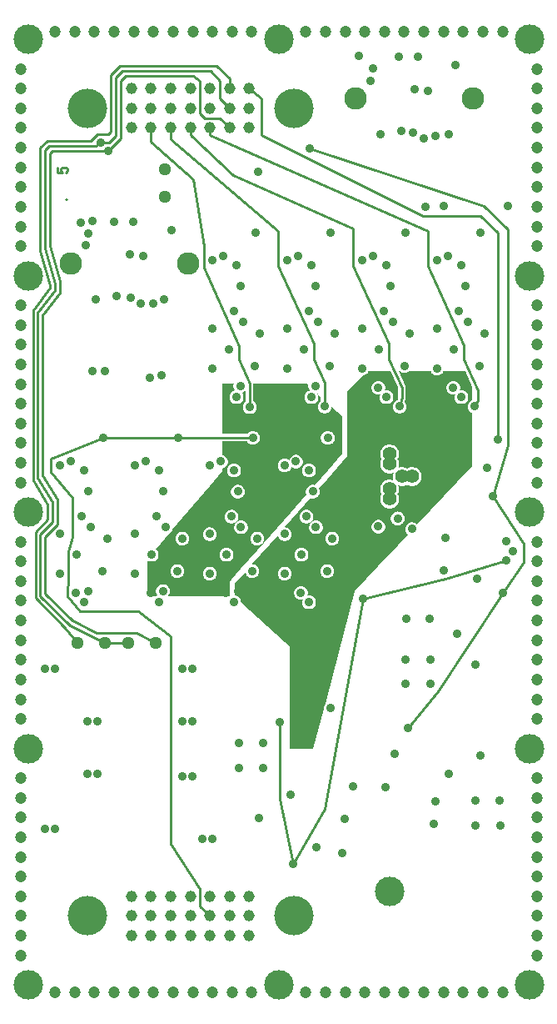
<source format=gbr>
G04 start of page 3 for group 1 idx 1 *
G04 Title: EPTPREAMPS, signal *
G04 Creator: pcb 1.99z *
G04 CreationDate: Do 09 Apr 2015 07:41:23 GMT UTC *
G04 For: stephan *
G04 Format: Gerber/RS-274X *
G04 PCB-Dimensions (mil): 2952.76 4724.41 *
G04 PCB-Coordinate-Origin: lower left *
%MOIN*%
%FSLAX25Y25*%
%LNSIGNAL*%
%ADD58C,0.0700*%
%ADD57C,0.0236*%
%ADD56C,0.0256*%
%ADD55C,0.0276*%
%ADD54C,0.0240*%
%ADD53C,0.0866*%
%ADD52C,0.0157*%
%ADD51C,0.0512*%
%ADD50C,0.0550*%
%ADD49C,0.0354*%
%ADD48C,0.0553*%
%ADD47C,0.0900*%
%ADD46C,0.1181*%
%ADD45C,0.0472*%
%ADD44C,0.1575*%
%ADD43C,0.0453*%
%ADD42C,0.0098*%
%ADD41C,0.0100*%
%ADD40C,0.0098*%
%ADD39C,0.0001*%
G54D39*G36*
X219121Y292441D02*X222247D01*
X225000Y286309D01*
Y281010D01*
X224745Y280904D01*
X224375Y280677D01*
X224045Y280396D01*
X223764Y280066D01*
X223537Y279696D01*
X223371Y279295D01*
X223270Y278873D01*
X223236Y278441D01*
X223270Y278008D01*
X223371Y277587D01*
X223537Y277186D01*
X223764Y276816D01*
X224045Y276486D01*
X224375Y276204D01*
X224745Y275978D01*
X225000Y275872D01*
Y254441D01*
X219121Y248186D01*
Y279958D01*
X219125Y279954D01*
X219495Y279728D01*
X219896Y279562D01*
X220318Y279461D01*
X220750Y279427D01*
X221182Y279461D01*
X221604Y279562D01*
X222005Y279728D01*
X222375Y279954D01*
X222705Y280236D01*
X222986Y280566D01*
X223213Y280936D01*
X223379Y281337D01*
X223480Y281758D01*
X223506Y282191D01*
X223480Y282623D01*
X223379Y283045D01*
X223213Y283446D01*
X222986Y283816D01*
X222705Y284146D01*
X222375Y284427D01*
X222005Y284654D01*
X221604Y284820D01*
X221182Y284921D01*
X220750Y284955D01*
X220318Y284921D01*
X220032Y284853D01*
X220129Y285087D01*
X220230Y285508D01*
X220256Y285941D01*
X220230Y286373D01*
X220129Y286795D01*
X219963Y287196D01*
X219736Y287566D01*
X219455Y287896D01*
X219125Y288177D01*
X219121Y288180D01*
Y292441D01*
G37*
G36*
X195246Y275788D02*X195568Y275711D01*
X196000Y275677D01*
X196432Y275711D01*
X196854Y275812D01*
X197255Y275978D01*
X197625Y276204D01*
X197955Y276486D01*
X198236Y276816D01*
X198463Y277186D01*
X198629Y277587D01*
X198730Y278008D01*
X198756Y278441D01*
X198730Y278873D01*
X198629Y279295D01*
X198463Y279696D01*
X198236Y280066D01*
X198039Y280297D01*
X198416Y281711D01*
X198423Y281728D01*
X198478Y281957D01*
X198481Y281997D01*
X198489Y282036D01*
X198495Y282271D01*
X198492Y282290D01*
Y285857D01*
X198496Y285889D01*
X198486Y286124D01*
X198480Y286153D01*
X198478Y286175D01*
X198457Y286264D01*
X198439Y286354D01*
X198430Y286375D01*
X198423Y286403D01*
X198334Y286620D01*
X198316Y286648D01*
X195613Y292441D01*
X196397D01*
X196745Y292228D01*
X197146Y292062D01*
X197568Y291961D01*
X198000Y291927D01*
X198432Y291961D01*
X198854Y292062D01*
X199255Y292228D01*
X199603Y292441D01*
X208535D01*
X208537Y292436D01*
X208764Y292066D01*
X209045Y291736D01*
X209375Y291454D01*
X209745Y291228D01*
X210146Y291062D01*
X210568Y290961D01*
X211000Y290927D01*
X211432Y290961D01*
X211854Y291062D01*
X212255Y291228D01*
X212625Y291454D01*
X212955Y291736D01*
X213236Y292066D01*
X213463Y292436D01*
X213465Y292441D01*
X219121D01*
Y288180D01*
X218755Y288404D01*
X218354Y288570D01*
X217932Y288671D01*
X217500Y288705D01*
X217068Y288671D01*
X216646Y288570D01*
X216245Y288404D01*
X215875Y288177D01*
X215545Y287896D01*
X215264Y287566D01*
X215037Y287196D01*
X214871Y286795D01*
X214770Y286373D01*
X214736Y285941D01*
X214770Y285508D01*
X214871Y285087D01*
X215037Y284686D01*
X215264Y284316D01*
X215545Y283986D01*
X215875Y283704D01*
X216245Y283478D01*
X216646Y283312D01*
X217068Y283211D01*
X217500Y283177D01*
X217932Y283211D01*
X218218Y283279D01*
X218121Y283045D01*
X218020Y282623D01*
X217986Y282191D01*
X218020Y281758D01*
X218121Y281337D01*
X218287Y280936D01*
X218514Y280566D01*
X218795Y280236D01*
X219121Y279958D01*
Y248186D01*
X203137Y231182D01*
X202955Y231396D01*
X202625Y231677D01*
X202255Y231904D01*
X201854Y232070D01*
X201432Y232171D01*
X201000Y232205D01*
X200568Y232171D01*
X200146Y232070D01*
X199745Y231904D01*
X199375Y231677D01*
X199045Y231396D01*
X198764Y231066D01*
X198537Y230696D01*
X198371Y230295D01*
X198270Y229873D01*
X198236Y229441D01*
X198270Y229008D01*
X198371Y228587D01*
X198537Y228186D01*
X198764Y227816D01*
X199045Y227486D01*
X199375Y227204D01*
X199389Y227196D01*
X195246Y222787D01*
Y230927D01*
X195250Y230927D01*
X195682Y230961D01*
X196104Y231062D01*
X196505Y231228D01*
X196875Y231454D01*
X197205Y231736D01*
X197486Y232066D01*
X197713Y232436D01*
X197879Y232837D01*
X197980Y233258D01*
X198006Y233691D01*
X197980Y234123D01*
X197879Y234545D01*
X197713Y234946D01*
X197486Y235316D01*
X197205Y235646D01*
X196875Y235927D01*
X196505Y236154D01*
X196104Y236320D01*
X195682Y236421D01*
X195250Y236455D01*
X195246Y236455D01*
Y239561D01*
X195352Y239733D01*
X195577Y240279D01*
X195715Y240853D01*
X195750Y241441D01*
X195715Y242029D01*
X195577Y242603D01*
X195352Y243149D01*
X195246Y243321D01*
Y243564D01*
X195350Y243734D01*
X195576Y244279D01*
X195713Y244853D01*
X195748Y245441D01*
X195713Y246029D01*
X195576Y246603D01*
X195390Y247051D01*
X195838Y246865D01*
X196412Y246728D01*
X197000Y246681D01*
X197588Y246728D01*
X198162Y246865D01*
X198707Y247091D01*
X198998Y247270D01*
X199292Y247089D01*
X199838Y246863D01*
X200412Y246726D01*
X201000Y246679D01*
X201588Y246726D01*
X202162Y246863D01*
X202708Y247089D01*
X203211Y247398D01*
X203660Y247781D01*
X204043Y248230D01*
X204352Y248733D01*
X204577Y249279D01*
X204715Y249853D01*
X204750Y250441D01*
X204715Y251029D01*
X204577Y251603D01*
X204352Y252149D01*
X204043Y252652D01*
X203660Y253101D01*
X203211Y253484D01*
X202708Y253793D01*
X202162Y254018D01*
X201588Y254156D01*
X201000Y254203D01*
X200412Y254156D01*
X199838Y254018D01*
X199292Y253793D01*
X198998Y253612D01*
X198707Y253791D01*
X198162Y254017D01*
X197588Y254154D01*
X197000Y254201D01*
X196412Y254154D01*
X195838Y254017D01*
X195390Y253831D01*
X195576Y254279D01*
X195713Y254853D01*
X195748Y255441D01*
X195713Y256029D01*
X195576Y256603D01*
X195350Y257148D01*
X195246Y257318D01*
Y257561D01*
X195352Y257733D01*
X195577Y258279D01*
X195715Y258853D01*
X195750Y259441D01*
X195715Y260029D01*
X195577Y260603D01*
X195352Y261149D01*
X195246Y261321D01*
Y275788D01*
G37*
G36*
Y286172D02*X195508Y285610D01*
Y282386D01*
X195246Y281404D01*
Y286172D01*
G37*
G36*
Y257318D02*X195171Y257439D01*
X195246Y257561D01*
Y257318D01*
G37*
G36*
Y243321D02*X195171Y243443D01*
X195246Y243564D01*
Y243321D01*
G37*
G36*
X187496Y292441D02*X192320D01*
X195246Y286172D01*
Y281404D01*
X195158Y281073D01*
X195146Y281070D01*
X194745Y280904D01*
X194375Y280677D01*
X194045Y280396D01*
X193764Y280066D01*
X193537Y279696D01*
X193371Y279295D01*
X193270Y278873D01*
X193236Y278441D01*
X193270Y278008D01*
X193371Y277587D01*
X193537Y277186D01*
X193764Y276816D01*
X194045Y276486D01*
X194375Y276204D01*
X194745Y275978D01*
X195146Y275812D01*
X195246Y275788D01*
Y261321D01*
X195043Y261652D01*
X194660Y262101D01*
X194211Y262484D01*
X193708Y262793D01*
X193162Y263018D01*
X192588Y263156D01*
X192000Y263203D01*
X191412Y263156D01*
X190838Y263018D01*
X190292Y262793D01*
X189789Y262484D01*
X189340Y262101D01*
X188957Y261652D01*
X188648Y261149D01*
X188423Y260603D01*
X188285Y260029D01*
X188238Y259441D01*
X188285Y258853D01*
X188423Y258279D01*
X188648Y257733D01*
X188829Y257439D01*
X188650Y257148D01*
X188424Y256603D01*
X188287Y256029D01*
X188240Y255441D01*
X188287Y254853D01*
X188424Y254279D01*
X188650Y253734D01*
X188958Y253231D01*
X189342Y252783D01*
X189790Y252399D01*
X190293Y252091D01*
X190838Y251865D01*
X191412Y251728D01*
X192000Y251681D01*
X192588Y251728D01*
X193162Y251865D01*
X193610Y252051D01*
X193424Y251603D01*
X193287Y251029D01*
X193240Y250441D01*
X193287Y249853D01*
X193424Y249279D01*
X193610Y248831D01*
X193162Y249017D01*
X192588Y249154D01*
X192000Y249201D01*
X191412Y249154D01*
X190838Y249017D01*
X190293Y248791D01*
X189790Y248483D01*
X189342Y248099D01*
X188958Y247651D01*
X188650Y247148D01*
X188424Y246603D01*
X188287Y246029D01*
X188240Y245441D01*
X188287Y244853D01*
X188424Y244279D01*
X188650Y243734D01*
X188829Y243443D01*
X188648Y243149D01*
X188423Y242603D01*
X188285Y242029D01*
X188238Y241441D01*
X188285Y240853D01*
X188423Y240279D01*
X188648Y239733D01*
X188957Y239230D01*
X189340Y238781D01*
X189789Y238398D01*
X190292Y238089D01*
X190838Y237863D01*
X191412Y237726D01*
X192000Y237679D01*
X192588Y237726D01*
X193162Y237863D01*
X193708Y238089D01*
X194211Y238398D01*
X194660Y238781D01*
X195043Y239230D01*
X195246Y239561D01*
Y236455D01*
X194818Y236421D01*
X194396Y236320D01*
X193995Y236154D01*
X193625Y235927D01*
X193295Y235646D01*
X193014Y235316D01*
X192787Y234946D01*
X192621Y234545D01*
X192520Y234123D01*
X192486Y233691D01*
X192520Y233258D01*
X192621Y232837D01*
X192787Y232436D01*
X193014Y232066D01*
X193295Y231736D01*
X193625Y231454D01*
X193995Y231228D01*
X194396Y231062D01*
X194818Y230961D01*
X195246Y230927D01*
Y222787D01*
X187496Y214543D01*
Y227677D01*
X187500Y227677D01*
X187932Y227711D01*
X188354Y227812D01*
X188755Y227978D01*
X189125Y228204D01*
X189455Y228486D01*
X189736Y228816D01*
X189963Y229186D01*
X190129Y229587D01*
X190230Y230008D01*
X190256Y230441D01*
X190230Y230873D01*
X190129Y231295D01*
X189963Y231696D01*
X189736Y232066D01*
X189455Y232396D01*
X189125Y232677D01*
X188755Y232904D01*
X188354Y233070D01*
X187932Y233171D01*
X187500Y233205D01*
X187496Y233205D01*
Y283177D01*
X187500Y283177D01*
X187932Y283211D01*
X188218Y283279D01*
X188121Y283045D01*
X188020Y282623D01*
X187986Y282191D01*
X188020Y281758D01*
X188121Y281337D01*
X188287Y280936D01*
X188514Y280566D01*
X188795Y280236D01*
X189125Y279954D01*
X189495Y279728D01*
X189896Y279562D01*
X190318Y279461D01*
X190750Y279427D01*
X191182Y279461D01*
X191604Y279562D01*
X192005Y279728D01*
X192375Y279954D01*
X192705Y280236D01*
X192986Y280566D01*
X193213Y280936D01*
X193379Y281337D01*
X193480Y281758D01*
X193506Y282191D01*
X193480Y282623D01*
X193379Y283045D01*
X193213Y283446D01*
X192986Y283816D01*
X192705Y284146D01*
X192375Y284427D01*
X192005Y284654D01*
X191604Y284820D01*
X191182Y284921D01*
X190750Y284955D01*
X190318Y284921D01*
X190032Y284853D01*
X190129Y285087D01*
X190230Y285508D01*
X190256Y285941D01*
X190230Y286373D01*
X190129Y286795D01*
X189963Y287196D01*
X189736Y287566D01*
X189455Y287896D01*
X189125Y288177D01*
X188755Y288404D01*
X188354Y288570D01*
X187932Y288671D01*
X187500Y288705D01*
X187496Y288705D01*
Y292441D01*
G37*
G36*
X166996Y249369D02*X175000Y258441D01*
Y284441D01*
X181547Y290988D01*
X181854Y291062D01*
X182255Y291228D01*
X182625Y291454D01*
X182955Y291736D01*
X183236Y292066D01*
X183463Y292436D01*
X183465Y292441D01*
X187496D01*
Y288705D01*
X187068Y288671D01*
X186646Y288570D01*
X186245Y288404D01*
X185875Y288177D01*
X185545Y287896D01*
X185264Y287566D01*
X185037Y287196D01*
X184871Y286795D01*
X184770Y286373D01*
X184736Y285941D01*
X184770Y285508D01*
X184871Y285087D01*
X185037Y284686D01*
X185264Y284316D01*
X185545Y283986D01*
X185875Y283704D01*
X186245Y283478D01*
X186646Y283312D01*
X187068Y283211D01*
X187496Y283177D01*
Y233205D01*
X187068Y233171D01*
X186646Y233070D01*
X186245Y232904D01*
X185875Y232677D01*
X185545Y232396D01*
X185264Y232066D01*
X185037Y231696D01*
X184871Y231295D01*
X184770Y230873D01*
X184736Y230441D01*
X184770Y230008D01*
X184871Y229587D01*
X185037Y229186D01*
X185264Y228816D01*
X185545Y228486D01*
X185875Y228204D01*
X186245Y227978D01*
X186646Y227812D01*
X187068Y227711D01*
X187496Y227677D01*
Y214543D01*
X178000Y204441D01*
X166996Y162425D01*
Y209927D01*
X167000Y209927D01*
X167432Y209961D01*
X167854Y210062D01*
X168255Y210228D01*
X168625Y210454D01*
X168955Y210736D01*
X169236Y211066D01*
X169463Y211436D01*
X169629Y211837D01*
X169730Y212258D01*
X169756Y212691D01*
X169730Y213123D01*
X169629Y213545D01*
X169463Y213946D01*
X169236Y214316D01*
X168955Y214646D01*
X168625Y214927D01*
X168255Y215154D01*
X167854Y215320D01*
X167432Y215421D01*
X167000Y215455D01*
X166996Y215455D01*
Y223794D01*
X167045Y223736D01*
X167375Y223454D01*
X167745Y223228D01*
X168146Y223062D01*
X168568Y222961D01*
X169000Y222927D01*
X169432Y222961D01*
X169854Y223062D01*
X170255Y223228D01*
X170625Y223454D01*
X170955Y223736D01*
X171236Y224066D01*
X171463Y224436D01*
X171629Y224837D01*
X171730Y225258D01*
X171756Y225691D01*
X171730Y226123D01*
X171629Y226545D01*
X171463Y226946D01*
X171236Y227316D01*
X170955Y227646D01*
X170625Y227927D01*
X170255Y228154D01*
X169854Y228320D01*
X169432Y228421D01*
X169000Y228455D01*
X168568Y228421D01*
X168146Y228320D01*
X167745Y228154D01*
X167375Y227927D01*
X167045Y227646D01*
X166996Y227588D01*
Y249369D01*
G37*
G36*
X162496Y241974D02*X162505Y241978D01*
X162875Y242204D01*
X163205Y242486D01*
X163486Y242816D01*
X163713Y243186D01*
X163879Y243587D01*
X163980Y244008D01*
X164006Y244441D01*
X163980Y244873D01*
X163879Y245295D01*
X163726Y245664D01*
X166996Y249369D01*
Y227588D01*
X166764Y227316D01*
X166537Y226946D01*
X166371Y226545D01*
X166270Y226123D01*
X166236Y225691D01*
X166270Y225258D01*
X166371Y224837D01*
X166537Y224436D01*
X166764Y224066D01*
X166996Y223794D01*
Y215455D01*
X166568Y215421D01*
X166146Y215320D01*
X165745Y215154D01*
X165375Y214927D01*
X165045Y214646D01*
X164764Y214316D01*
X164537Y213946D01*
X164371Y213545D01*
X164270Y213123D01*
X164236Y212691D01*
X164270Y212258D01*
X164371Y211837D01*
X164537Y211436D01*
X164764Y211066D01*
X165045Y210736D01*
X165375Y210454D01*
X165745Y210228D01*
X166146Y210062D01*
X166568Y209961D01*
X166996Y209927D01*
Y162425D01*
X166235Y159519D01*
X166037Y159196D01*
X165871Y158795D01*
X165770Y158373D01*
X165736Y157941D01*
X165755Y157689D01*
X162496Y145243D01*
Y200019D01*
X162506Y200191D01*
X162496Y200363D01*
Y227427D01*
X162500Y227427D01*
X162932Y227461D01*
X163354Y227562D01*
X163755Y227728D01*
X164125Y227954D01*
X164455Y228236D01*
X164736Y228566D01*
X164963Y228936D01*
X165129Y229337D01*
X165230Y229758D01*
X165256Y230191D01*
X165230Y230623D01*
X165129Y231045D01*
X164963Y231446D01*
X164736Y231816D01*
X164455Y232146D01*
X164125Y232427D01*
X163755Y232654D01*
X163354Y232820D01*
X162932Y232921D01*
X162500Y232955D01*
X162496Y232955D01*
Y241974D01*
G37*
G36*
Y145243D02*X161500Y141441D01*
X158121D01*
Y197958D01*
X158125Y197954D01*
X158495Y197728D01*
X158896Y197562D01*
X159318Y197461D01*
X159750Y197427D01*
X160182Y197461D01*
X160604Y197562D01*
X161005Y197728D01*
X161375Y197954D01*
X161705Y198236D01*
X161986Y198566D01*
X162213Y198936D01*
X162379Y199337D01*
X162480Y199758D01*
X162496Y200019D01*
Y145243D01*
G37*
G36*
X158121Y239311D02*X160346Y241833D01*
X160396Y241812D01*
X160818Y241711D01*
X161250Y241677D01*
X161682Y241711D01*
X162104Y241812D01*
X162496Y241974D01*
Y232955D01*
X162068Y232921D01*
X161646Y232820D01*
X161245Y232654D01*
X160875Y232427D01*
X160545Y232146D01*
X160264Y231816D01*
X160037Y231446D01*
X159871Y231045D01*
X159770Y230623D01*
X159736Y230191D01*
X159770Y229758D01*
X159871Y229337D01*
X160037Y228936D01*
X160264Y228566D01*
X160545Y228236D01*
X160875Y227954D01*
X161245Y227728D01*
X161646Y227562D01*
X162068Y227461D01*
X162496Y227427D01*
Y200363D01*
X162480Y200623D01*
X162379Y201045D01*
X162213Y201446D01*
X161986Y201816D01*
X161705Y202146D01*
X161375Y202427D01*
X161005Y202654D01*
X160604Y202820D01*
X160182Y202921D01*
X159750Y202955D01*
X159318Y202921D01*
X159032Y202853D01*
X159129Y203087D01*
X159230Y203508D01*
X159256Y203941D01*
X159230Y204373D01*
X159129Y204795D01*
X158963Y205196D01*
X158736Y205566D01*
X158455Y205896D01*
X158125Y206177D01*
X158121Y206180D01*
Y216799D01*
X158375Y216954D01*
X158705Y217236D01*
X158986Y217566D01*
X159213Y217936D01*
X159379Y218337D01*
X159480Y218758D01*
X159506Y219191D01*
X159480Y219623D01*
X159379Y220045D01*
X159213Y220446D01*
X158986Y220816D01*
X158705Y221146D01*
X158375Y221427D01*
X158121Y221583D01*
Y231758D01*
X158318Y231711D01*
X158750Y231677D01*
X159182Y231711D01*
X159604Y231812D01*
X160005Y231978D01*
X160375Y232204D01*
X160705Y232486D01*
X160986Y232816D01*
X161213Y233186D01*
X161379Y233587D01*
X161480Y234008D01*
X161506Y234441D01*
X161480Y234873D01*
X161379Y235295D01*
X161213Y235696D01*
X160986Y236066D01*
X160705Y236396D01*
X160375Y236677D01*
X160005Y236904D01*
X159604Y237070D01*
X159182Y237171D01*
X158750Y237205D01*
X158318Y237171D01*
X158121Y237124D01*
Y239311D01*
G37*
G36*
X152000Y141441D02*Y182441D01*
X149996Y184263D01*
Y208927D01*
X150000Y208927D01*
X150432Y208961D01*
X150854Y209062D01*
X151255Y209228D01*
X151625Y209454D01*
X151955Y209736D01*
X152236Y210066D01*
X152463Y210436D01*
X152629Y210837D01*
X152730Y211258D01*
X152756Y211691D01*
X152730Y212123D01*
X152629Y212545D01*
X152463Y212946D01*
X152236Y213316D01*
X151955Y213646D01*
X151625Y213927D01*
X151255Y214154D01*
X150854Y214320D01*
X150432Y214421D01*
X150000Y214455D01*
X149996Y214455D01*
Y224677D01*
X150000Y224677D01*
X150432Y224711D01*
X150854Y224812D01*
X151255Y224978D01*
X151625Y225204D01*
X151955Y225486D01*
X152236Y225816D01*
X152463Y226186D01*
X152629Y226587D01*
X152730Y227008D01*
X152756Y227441D01*
X152730Y227873D01*
X152629Y228295D01*
X152463Y228696D01*
X152236Y229066D01*
X151955Y229396D01*
X151625Y229677D01*
X151255Y229904D01*
X150854Y230070D01*
X150432Y230171D01*
X150081Y230199D01*
X158121Y239311D01*
Y237124D01*
X157896Y237070D01*
X157495Y236904D01*
X157125Y236677D01*
X156795Y236396D01*
X156514Y236066D01*
X156287Y235696D01*
X156121Y235295D01*
X156020Y234873D01*
X155986Y234441D01*
X156020Y234008D01*
X156121Y233587D01*
X156287Y233186D01*
X156514Y232816D01*
X156795Y232486D01*
X157125Y232204D01*
X157495Y231978D01*
X157896Y231812D01*
X158121Y231758D01*
Y221583D01*
X158005Y221654D01*
X157604Y221820D01*
X157182Y221921D01*
X156750Y221955D01*
X156318Y221921D01*
X155896Y221820D01*
X155495Y221654D01*
X155125Y221427D01*
X154795Y221146D01*
X154514Y220816D01*
X154287Y220446D01*
X154121Y220045D01*
X154020Y219623D01*
X153986Y219191D01*
X154020Y218758D01*
X154121Y218337D01*
X154287Y217936D01*
X154514Y217566D01*
X154795Y217236D01*
X155125Y216954D01*
X155495Y216728D01*
X155896Y216562D01*
X156318Y216461D01*
X156750Y216427D01*
X157182Y216461D01*
X157604Y216562D01*
X158005Y216728D01*
X158121Y216799D01*
Y206180D01*
X157755Y206404D01*
X157354Y206570D01*
X156932Y206671D01*
X156500Y206705D01*
X156068Y206671D01*
X155646Y206570D01*
X155245Y206404D01*
X154875Y206177D01*
X154545Y205896D01*
X154264Y205566D01*
X154037Y205196D01*
X153871Y204795D01*
X153770Y204373D01*
X153736Y203941D01*
X153770Y203508D01*
X153871Y203087D01*
X154037Y202686D01*
X154264Y202316D01*
X154545Y201986D01*
X154875Y201704D01*
X155245Y201478D01*
X155646Y201312D01*
X156068Y201211D01*
X156500Y201177D01*
X156932Y201211D01*
X157218Y201279D01*
X157121Y201045D01*
X157020Y200623D01*
X156986Y200191D01*
X157020Y199758D01*
X157121Y199337D01*
X157287Y198936D01*
X157514Y198566D01*
X157795Y198236D01*
X158121Y197958D01*
Y141441D01*
X152000D01*
G37*
G36*
X149996Y184263D02*X132504Y200164D01*
X132506Y200191D01*
X132480Y200623D01*
X132379Y201045D01*
X132213Y201446D01*
X131986Y201816D01*
X131705Y202146D01*
X131375Y202427D01*
X131005Y202654D01*
X130604Y202820D01*
X130182Y202921D01*
X130000Y202936D01*
Y207441D01*
X134268Y212278D01*
X134270Y212258D01*
X134371Y211837D01*
X134537Y211436D01*
X134764Y211066D01*
X135045Y210736D01*
X135375Y210454D01*
X135745Y210228D01*
X136146Y210062D01*
X136568Y209961D01*
X137000Y209927D01*
X137432Y209961D01*
X137854Y210062D01*
X138255Y210228D01*
X138625Y210454D01*
X138955Y210736D01*
X139236Y211066D01*
X139463Y211436D01*
X139629Y211837D01*
X139730Y212258D01*
X139756Y212691D01*
X139730Y213123D01*
X139629Y213545D01*
X139463Y213946D01*
X139236Y214316D01*
X138955Y214646D01*
X138625Y214927D01*
X138255Y215154D01*
X137854Y215320D01*
X137432Y215421D01*
X137067Y215450D01*
X147269Y227013D01*
X147270Y227008D01*
X147371Y226587D01*
X147537Y226186D01*
X147764Y225816D01*
X148045Y225486D01*
X148375Y225204D01*
X148745Y224978D01*
X149146Y224812D01*
X149568Y224711D01*
X149996Y224677D01*
Y214455D01*
X149568Y214421D01*
X149146Y214320D01*
X148745Y214154D01*
X148375Y213927D01*
X148045Y213646D01*
X147764Y213316D01*
X147537Y212946D01*
X147371Y212545D01*
X147270Y212123D01*
X147236Y211691D01*
X147270Y211258D01*
X147371Y210837D01*
X147537Y210436D01*
X147764Y210066D01*
X148045Y209736D01*
X148375Y209454D01*
X148745Y209228D01*
X149146Y209062D01*
X149568Y208961D01*
X149996Y208927D01*
Y184263D01*
G37*
G36*
X167246Y275974D02*X167255Y275978D01*
X167625Y276204D01*
X167955Y276486D01*
X168236Y276816D01*
X168463Y277186D01*
X168629Y277587D01*
X168730Y278008D01*
X168753Y278385D01*
X173000Y274441D01*
Y259441D01*
X167246Y252919D01*
Y263177D01*
X167250Y263177D01*
X167682Y263211D01*
X168104Y263312D01*
X168505Y263478D01*
X168875Y263704D01*
X169205Y263986D01*
X169486Y264316D01*
X169713Y264686D01*
X169879Y265087D01*
X169980Y265508D01*
X170006Y265941D01*
X169980Y266373D01*
X169879Y266795D01*
X169713Y267196D01*
X169486Y267566D01*
X169205Y267896D01*
X168875Y268177D01*
X168505Y268404D01*
X168104Y268570D01*
X167682Y268671D01*
X167250Y268705D01*
X167246Y268705D01*
Y275974D01*
G37*
G36*
X159746Y279624D02*X159896Y279562D01*
X160318Y279461D01*
X160750Y279427D01*
X161182Y279461D01*
X161604Y279562D01*
X162005Y279728D01*
X162375Y279954D01*
X162705Y280236D01*
X162986Y280566D01*
X163213Y280936D01*
X163379Y281337D01*
X163480Y281758D01*
X163506Y282191D01*
X163480Y282623D01*
X163379Y283045D01*
X163213Y283446D01*
X163095Y283638D01*
X164508Y282326D01*
Y280759D01*
X164375Y280677D01*
X164045Y280396D01*
X163764Y280066D01*
X163537Y279696D01*
X163371Y279295D01*
X163270Y278873D01*
X163236Y278441D01*
X163270Y278008D01*
X163371Y277587D01*
X163537Y277186D01*
X163764Y276816D01*
X164045Y276486D01*
X164375Y276204D01*
X164745Y275978D01*
X165146Y275812D01*
X165568Y275711D01*
X166000Y275677D01*
X166432Y275711D01*
X166854Y275812D01*
X167246Y275974D01*
Y268705D01*
X166818Y268671D01*
X166396Y268570D01*
X165995Y268404D01*
X165625Y268177D01*
X165295Y267896D01*
X165014Y267566D01*
X164787Y267196D01*
X164621Y266795D01*
X164520Y266373D01*
X164486Y265941D01*
X164520Y265508D01*
X164621Y265087D01*
X164787Y264686D01*
X165014Y264316D01*
X165295Y263986D01*
X165625Y263704D01*
X165995Y263478D01*
X166396Y263312D01*
X166818Y263211D01*
X167246Y263177D01*
Y252919D01*
X162088Y247074D01*
X161682Y247171D01*
X161250Y247205D01*
X160818Y247171D01*
X160396Y247070D01*
X159995Y246904D01*
X159746Y246751D01*
Y250177D01*
X159750Y250177D01*
X160182Y250211D01*
X160604Y250312D01*
X161005Y250478D01*
X161375Y250704D01*
X161705Y250986D01*
X161986Y251316D01*
X162213Y251686D01*
X162379Y252087D01*
X162480Y252508D01*
X162506Y252941D01*
X162480Y253373D01*
X162379Y253795D01*
X162213Y254196D01*
X161986Y254566D01*
X161705Y254896D01*
X161375Y255177D01*
X161005Y255404D01*
X160604Y255570D01*
X160182Y255671D01*
X159750Y255705D01*
X159746Y255705D01*
Y279624D01*
G37*
G36*
Y285535D02*X159787Y285436D01*
X160014Y285066D01*
X160168Y284885D01*
X159896Y284820D01*
X159746Y284758D01*
Y285535D01*
G37*
G36*
X152246Y287441D02*X159000D01*
X159508Y286970D01*
X159486Y286691D01*
X159520Y286258D01*
X159621Y285837D01*
X159746Y285535D01*
Y284758D01*
X159495Y284654D01*
X159125Y284427D01*
X158795Y284146D01*
X158514Y283816D01*
X158287Y283446D01*
X158121Y283045D01*
X158020Y282623D01*
X157986Y282191D01*
X158020Y281758D01*
X158121Y281337D01*
X158287Y280936D01*
X158514Y280566D01*
X158795Y280236D01*
X159125Y279954D01*
X159495Y279728D01*
X159746Y279624D01*
Y255705D01*
X159318Y255671D01*
X158896Y255570D01*
X158495Y255404D01*
X158125Y255177D01*
X157795Y254896D01*
X157514Y254566D01*
X157287Y254196D01*
X157121Y253795D01*
X157020Y253373D01*
X156986Y252941D01*
X157020Y252508D01*
X157121Y252087D01*
X157287Y251686D01*
X157514Y251316D01*
X157795Y250986D01*
X158125Y250704D01*
X158495Y250478D01*
X158896Y250312D01*
X159318Y250211D01*
X159746Y250177D01*
Y246751D01*
X159625Y246677D01*
X159295Y246396D01*
X159014Y246066D01*
X158787Y245696D01*
X158621Y245295D01*
X158520Y244873D01*
X158486Y244441D01*
X158520Y244008D01*
X158621Y243587D01*
X158746Y243286D01*
X152246Y235919D01*
Y253331D01*
X152463Y253686D01*
X152629Y254087D01*
X152694Y254359D01*
X152875Y254204D01*
X153245Y253978D01*
X153646Y253812D01*
X154068Y253711D01*
X154500Y253677D01*
X154932Y253711D01*
X155354Y253812D01*
X155755Y253978D01*
X156125Y254204D01*
X156455Y254486D01*
X156736Y254816D01*
X156963Y255186D01*
X157129Y255587D01*
X157230Y256008D01*
X157256Y256441D01*
X157230Y256873D01*
X157129Y257295D01*
X156963Y257696D01*
X156736Y258066D01*
X156455Y258396D01*
X156125Y258677D01*
X155755Y258904D01*
X155354Y259070D01*
X154932Y259171D01*
X154500Y259205D01*
X154068Y259171D01*
X153646Y259070D01*
X153245Y258904D01*
X152875Y258677D01*
X152545Y258396D01*
X152264Y258066D01*
X152246Y258037D01*
Y287441D01*
G37*
G36*
X138996Y263808D02*X139205Y263986D01*
X139486Y264316D01*
X139713Y264686D01*
X139879Y265087D01*
X139980Y265508D01*
X140006Y265941D01*
X139980Y266373D01*
X139879Y266795D01*
X139713Y267196D01*
X139486Y267566D01*
X139205Y267896D01*
X138996Y268074D01*
Y287441D01*
X152246D01*
Y258037D01*
X152037Y257696D01*
X151871Y257295D01*
X151806Y257023D01*
X151625Y257177D01*
X151255Y257404D01*
X150854Y257570D01*
X150432Y257671D01*
X150000Y257705D01*
X149568Y257671D01*
X149146Y257570D01*
X148745Y257404D01*
X148375Y257177D01*
X148045Y256896D01*
X147764Y256566D01*
X147537Y256196D01*
X147371Y255795D01*
X147270Y255373D01*
X147236Y254941D01*
X147270Y254508D01*
X147371Y254087D01*
X147537Y253686D01*
X147764Y253316D01*
X148045Y252986D01*
X148375Y252704D01*
X148745Y252478D01*
X149146Y252312D01*
X149568Y252211D01*
X150000Y252177D01*
X150432Y252211D01*
X150854Y252312D01*
X151255Y252478D01*
X151625Y252704D01*
X151955Y252986D01*
X152236Y253316D01*
X152246Y253331D01*
Y235919D01*
X138996Y220903D01*
Y222927D01*
X139000Y222927D01*
X139432Y222961D01*
X139854Y223062D01*
X140255Y223228D01*
X140625Y223454D01*
X140955Y223736D01*
X141236Y224066D01*
X141463Y224436D01*
X141629Y224837D01*
X141730Y225258D01*
X141756Y225691D01*
X141730Y226123D01*
X141629Y226545D01*
X141463Y226946D01*
X141236Y227316D01*
X140955Y227646D01*
X140625Y227927D01*
X140255Y228154D01*
X139854Y228320D01*
X139432Y228421D01*
X139000Y228455D01*
X138996Y228455D01*
Y263808D01*
G37*
G36*
Y268074D02*X138875Y268177D01*
X138505Y268404D01*
X138104Y268570D01*
X137682Y268671D01*
X137250Y268705D01*
X136818Y268671D01*
X136396Y268570D01*
X135995Y268404D01*
X135625Y268177D01*
X135295Y267896D01*
X135014Y267566D01*
X134932Y267433D01*
X132496D01*
Y280058D01*
X132705Y280236D01*
X132986Y280566D01*
X133213Y280936D01*
X133379Y281337D01*
X133480Y281758D01*
X133506Y282191D01*
X133480Y282623D01*
X133379Y283045D01*
X133213Y283446D01*
X132986Y283816D01*
X132832Y283997D01*
X133104Y284062D01*
X133505Y284228D01*
X133875Y284454D01*
X134205Y284736D01*
X134486Y285066D01*
X134508Y285101D01*
Y280509D01*
X134375Y280427D01*
X134045Y280146D01*
X133764Y279816D01*
X133537Y279446D01*
X133371Y279045D01*
X133270Y278623D01*
X133236Y278191D01*
X133270Y277758D01*
X133371Y277337D01*
X133537Y276936D01*
X133764Y276566D01*
X134045Y276236D01*
X134375Y275954D01*
X134745Y275728D01*
X135146Y275562D01*
X135568Y275461D01*
X136000Y275427D01*
X136432Y275461D01*
X136854Y275562D01*
X137255Y275728D01*
X137625Y275954D01*
X137955Y276236D01*
X138236Y276566D01*
X138463Y276936D01*
X138629Y277337D01*
X138730Y277758D01*
X138756Y278191D01*
X138730Y278623D01*
X138629Y279045D01*
X138463Y279446D01*
X138236Y279816D01*
X137955Y280146D01*
X137625Y280427D01*
X137492Y280509D01*
Y287441D01*
X138996D01*
Y268074D01*
G37*
G36*
X132496Y264449D02*X134932D01*
X135014Y264316D01*
X135295Y263986D01*
X135625Y263704D01*
X135995Y263478D01*
X136396Y263312D01*
X136818Y263211D01*
X137250Y263177D01*
X137682Y263211D01*
X138104Y263312D01*
X138505Y263478D01*
X138875Y263704D01*
X138996Y263808D01*
Y228455D01*
X138568Y228421D01*
X138146Y228320D01*
X137745Y228154D01*
X137375Y227927D01*
X137045Y227646D01*
X136764Y227316D01*
X136537Y226946D01*
X136371Y226545D01*
X136270Y226123D01*
X136236Y225691D01*
X136270Y225258D01*
X136371Y224837D01*
X136537Y224436D01*
X136764Y224066D01*
X137045Y223736D01*
X137375Y223454D01*
X137745Y223228D01*
X138146Y223062D01*
X138568Y222961D01*
X138996Y222927D01*
Y220903D01*
X132496Y213536D01*
Y227427D01*
X132500Y227427D01*
X132932Y227461D01*
X133354Y227562D01*
X133755Y227728D01*
X134125Y227954D01*
X134455Y228236D01*
X134736Y228566D01*
X134963Y228936D01*
X135129Y229337D01*
X135230Y229758D01*
X135256Y230191D01*
X135230Y230623D01*
X135129Y231045D01*
X134963Y231446D01*
X134736Y231816D01*
X134455Y232146D01*
X134125Y232427D01*
X133755Y232654D01*
X133354Y232820D01*
X132932Y232921D01*
X132500Y232955D01*
X132496Y232955D01*
Y241974D01*
X132505Y241978D01*
X132875Y242204D01*
X133205Y242486D01*
X133486Y242816D01*
X133713Y243186D01*
X133879Y243587D01*
X133980Y244008D01*
X134006Y244441D01*
X133980Y244873D01*
X133879Y245295D01*
X133713Y245696D01*
X133486Y246066D01*
X133205Y246396D01*
X132875Y246677D01*
X132505Y246904D01*
X132496Y246908D01*
Y252769D01*
X132506Y252941D01*
X132496Y253113D01*
Y264449D01*
G37*
G36*
Y267433D02*X125000D01*
Y287441D01*
X129596D01*
X129520Y287123D01*
X129486Y286691D01*
X129520Y286258D01*
X129621Y285837D01*
X129787Y285436D01*
X130014Y285066D01*
X130168Y284885D01*
X129896Y284820D01*
X129495Y284654D01*
X129125Y284427D01*
X128795Y284146D01*
X128514Y283816D01*
X128287Y283446D01*
X128121Y283045D01*
X128020Y282623D01*
X127986Y282191D01*
X128020Y281758D01*
X128121Y281337D01*
X128287Y280936D01*
X128514Y280566D01*
X128795Y280236D01*
X129125Y279954D01*
X129495Y279728D01*
X129896Y279562D01*
X130318Y279461D01*
X130750Y279427D01*
X131182Y279461D01*
X131604Y279562D01*
X132005Y279728D01*
X132375Y279954D01*
X132496Y280058D01*
Y267433D01*
G37*
G36*
X128746Y243285D02*X128787Y243186D01*
X129014Y242816D01*
X129295Y242486D01*
X129625Y242204D01*
X129995Y241978D01*
X130396Y241812D01*
X130818Y241711D01*
X131250Y241677D01*
X131682Y241711D01*
X132104Y241812D01*
X132496Y241974D01*
Y232955D01*
X132068Y232921D01*
X131646Y232820D01*
X131245Y232654D01*
X130875Y232427D01*
X130545Y232146D01*
X130264Y231816D01*
X130037Y231446D01*
X129871Y231045D01*
X129770Y230623D01*
X129736Y230191D01*
X129770Y229758D01*
X129871Y229337D01*
X130037Y228936D01*
X130264Y228566D01*
X130545Y228236D01*
X130875Y227954D01*
X131245Y227728D01*
X131646Y227562D01*
X132068Y227461D01*
X132496Y227427D01*
Y213536D01*
X128746Y209286D01*
Y217284D01*
X128986Y217566D01*
X129213Y217936D01*
X129379Y218337D01*
X129480Y218758D01*
X129506Y219191D01*
X129480Y219623D01*
X129379Y220045D01*
X129213Y220446D01*
X128986Y220816D01*
X128746Y221098D01*
Y231677D01*
X128750Y231677D01*
X129182Y231711D01*
X129604Y231812D01*
X130005Y231978D01*
X130375Y232204D01*
X130705Y232486D01*
X130986Y232816D01*
X131213Y233186D01*
X131379Y233587D01*
X131480Y234008D01*
X131506Y234441D01*
X131480Y234873D01*
X131379Y235295D01*
X131213Y235696D01*
X130986Y236066D01*
X130705Y236396D01*
X130375Y236677D01*
X130005Y236904D01*
X129604Y237070D01*
X129182Y237171D01*
X128750Y237205D01*
X128746Y237205D01*
Y243285D01*
G37*
G36*
Y250374D02*X128896Y250312D01*
X129318Y250211D01*
X129750Y250177D01*
X130182Y250211D01*
X130604Y250312D01*
X131005Y250478D01*
X131375Y250704D01*
X131705Y250986D01*
X131986Y251316D01*
X132213Y251686D01*
X132379Y252087D01*
X132480Y252508D01*
X132496Y252769D01*
Y246908D01*
X132104Y247070D01*
X131682Y247171D01*
X131250Y247205D01*
X130818Y247171D01*
X130396Y247070D01*
X129995Y246904D01*
X129625Y246677D01*
X129295Y246396D01*
X129014Y246066D01*
X128787Y245696D01*
X128746Y245597D01*
Y250374D01*
G37*
G36*
Y264449D02*X132496D01*
Y253113D01*
X132480Y253373D01*
X132379Y253795D01*
X132213Y254196D01*
X131986Y254566D01*
X131705Y254896D01*
X131375Y255177D01*
X131005Y255404D01*
X130604Y255570D01*
X130182Y255671D01*
X129750Y255705D01*
X129318Y255671D01*
X128896Y255570D01*
X128746Y255508D01*
Y264449D01*
G37*
G36*
X119996Y246603D02*X125000Y252441D01*
Y253727D01*
X125354Y253812D01*
X125755Y253978D01*
X126125Y254204D01*
X126455Y254486D01*
X126736Y254816D01*
X126963Y255186D01*
X127129Y255587D01*
X127230Y256008D01*
X127256Y256441D01*
X127230Y256873D01*
X127129Y257295D01*
X126963Y257696D01*
X126736Y258066D01*
X126455Y258396D01*
X126125Y258677D01*
X125755Y258904D01*
X125354Y259070D01*
X125000Y259155D01*
Y264449D01*
X128746D01*
Y255508D01*
X128495Y255404D01*
X128125Y255177D01*
X127795Y254896D01*
X127514Y254566D01*
X127287Y254196D01*
X127121Y253795D01*
X127020Y253373D01*
X126986Y252941D01*
X127020Y252508D01*
X127121Y252087D01*
X127287Y251686D01*
X127514Y251316D01*
X127795Y250986D01*
X128125Y250704D01*
X128495Y250478D01*
X128746Y250374D01*
Y245597D01*
X128621Y245295D01*
X128520Y244873D01*
X128486Y244441D01*
X128520Y244008D01*
X128621Y243587D01*
X128746Y243285D01*
Y237205D01*
X128318Y237171D01*
X127896Y237070D01*
X127495Y236904D01*
X127125Y236677D01*
X126795Y236396D01*
X126514Y236066D01*
X126287Y235696D01*
X126121Y235295D01*
X126020Y234873D01*
X125986Y234441D01*
X126020Y234008D01*
X126121Y233587D01*
X126287Y233186D01*
X126514Y232816D01*
X126795Y232486D01*
X127125Y232204D01*
X127495Y231978D01*
X127896Y231812D01*
X128318Y231711D01*
X128746Y231677D01*
Y221098D01*
X128705Y221146D01*
X128375Y221427D01*
X128005Y221654D01*
X127604Y221820D01*
X127182Y221921D01*
X126750Y221955D01*
X126318Y221921D01*
X125896Y221820D01*
X125495Y221654D01*
X125125Y221427D01*
X124795Y221146D01*
X124514Y220816D01*
X124287Y220446D01*
X124121Y220045D01*
X124020Y219623D01*
X123986Y219191D01*
X124020Y218758D01*
X124121Y218337D01*
X124287Y217936D01*
X124514Y217566D01*
X124795Y217236D01*
X125125Y216954D01*
X125495Y216728D01*
X125896Y216562D01*
X126318Y216461D01*
X126750Y216427D01*
X127182Y216461D01*
X127604Y216562D01*
X128005Y216728D01*
X128375Y216954D01*
X128705Y217236D01*
X128746Y217284D01*
Y209286D01*
X128000Y208441D01*
Y202441D01*
X119996D01*
Y208927D01*
X120000Y208927D01*
X120432Y208961D01*
X120854Y209062D01*
X121255Y209228D01*
X121625Y209454D01*
X121955Y209736D01*
X122236Y210066D01*
X122463Y210436D01*
X122629Y210837D01*
X122730Y211258D01*
X122756Y211691D01*
X122730Y212123D01*
X122629Y212545D01*
X122463Y212946D01*
X122236Y213316D01*
X121955Y213646D01*
X121625Y213927D01*
X121255Y214154D01*
X120854Y214320D01*
X120432Y214421D01*
X120000Y214455D01*
X119996Y214455D01*
Y224677D01*
X120000Y224677D01*
X120432Y224711D01*
X120854Y224812D01*
X121255Y224978D01*
X121625Y225204D01*
X121955Y225486D01*
X122236Y225816D01*
X122463Y226186D01*
X122629Y226587D01*
X122730Y227008D01*
X122756Y227441D01*
X122730Y227873D01*
X122629Y228295D01*
X122463Y228696D01*
X122236Y229066D01*
X121955Y229396D01*
X121625Y229677D01*
X121255Y229904D01*
X120854Y230070D01*
X120432Y230171D01*
X120000Y230205D01*
X119996Y230205D01*
Y246603D01*
G37*
G36*
X106996Y231436D02*X119996Y246603D01*
Y230205D01*
X119568Y230171D01*
X119146Y230070D01*
X118745Y229904D01*
X118375Y229677D01*
X118045Y229396D01*
X117764Y229066D01*
X117537Y228696D01*
X117371Y228295D01*
X117270Y227873D01*
X117236Y227441D01*
X117270Y227008D01*
X117371Y226587D01*
X117537Y226186D01*
X117764Y225816D01*
X118045Y225486D01*
X118375Y225204D01*
X118745Y224978D01*
X119146Y224812D01*
X119568Y224711D01*
X119996Y224677D01*
Y214455D01*
X119568Y214421D01*
X119146Y214320D01*
X118745Y214154D01*
X118375Y213927D01*
X118045Y213646D01*
X117764Y213316D01*
X117537Y212946D01*
X117371Y212545D01*
X117270Y212123D01*
X117236Y211691D01*
X117270Y211258D01*
X117371Y210837D01*
X117537Y210436D01*
X117764Y210066D01*
X118045Y209736D01*
X118375Y209454D01*
X118745Y209228D01*
X119146Y209062D01*
X119568Y208961D01*
X119996Y208927D01*
Y202441D01*
X106996D01*
Y209927D01*
X107000Y209927D01*
X107432Y209961D01*
X107854Y210062D01*
X108255Y210228D01*
X108625Y210454D01*
X108955Y210736D01*
X109236Y211066D01*
X109463Y211436D01*
X109629Y211837D01*
X109730Y212258D01*
X109756Y212691D01*
X109730Y213123D01*
X109629Y213545D01*
X109463Y213946D01*
X109236Y214316D01*
X108955Y214646D01*
X108625Y214927D01*
X108255Y215154D01*
X107854Y215320D01*
X107432Y215421D01*
X107000Y215455D01*
X106996Y215455D01*
Y223794D01*
X107045Y223736D01*
X107375Y223454D01*
X107745Y223228D01*
X108146Y223062D01*
X108568Y222961D01*
X109000Y222927D01*
X109432Y222961D01*
X109854Y223062D01*
X110255Y223228D01*
X110625Y223454D01*
X110955Y223736D01*
X111236Y224066D01*
X111463Y224436D01*
X111629Y224837D01*
X111730Y225258D01*
X111756Y225691D01*
X111730Y226123D01*
X111629Y226545D01*
X111463Y226946D01*
X111236Y227316D01*
X110955Y227646D01*
X110625Y227927D01*
X110255Y228154D01*
X109854Y228320D01*
X109432Y228421D01*
X109000Y228455D01*
X108568Y228421D01*
X108146Y228320D01*
X107745Y228154D01*
X107375Y227927D01*
X107045Y227646D01*
X106996Y227588D01*
Y231436D01*
G37*
G36*
X95000Y202441D02*Y217061D01*
X95125Y216954D01*
X95495Y216728D01*
X95896Y216562D01*
X96318Y216461D01*
X96750Y216427D01*
X97182Y216461D01*
X97604Y216562D01*
X98005Y216728D01*
X98375Y216954D01*
X98705Y217236D01*
X98986Y217566D01*
X99213Y217936D01*
X99379Y218337D01*
X99480Y218758D01*
X99506Y219191D01*
X99480Y219623D01*
X99379Y220045D01*
X99213Y220446D01*
X98986Y220816D01*
X98705Y221146D01*
X98399Y221407D01*
X103886Y227808D01*
X104125Y227954D01*
X104455Y228236D01*
X104736Y228566D01*
X104963Y228936D01*
X105066Y229185D01*
X106996Y231436D01*
Y227588D01*
X106764Y227316D01*
X106537Y226946D01*
X106371Y226545D01*
X106270Y226123D01*
X106236Y225691D01*
X106270Y225258D01*
X106371Y224837D01*
X106537Y224436D01*
X106764Y224066D01*
X106996Y223794D01*
Y215455D01*
X106568Y215421D01*
X106146Y215320D01*
X105745Y215154D01*
X105375Y214927D01*
X105045Y214646D01*
X104764Y214316D01*
X104537Y213946D01*
X104371Y213545D01*
X104270Y213123D01*
X104236Y212691D01*
X104270Y212258D01*
X104371Y211837D01*
X104537Y211436D01*
X104764Y211066D01*
X105045Y210736D01*
X105375Y210454D01*
X105745Y210228D01*
X106146Y210062D01*
X106568Y209961D01*
X106996Y209927D01*
Y202441D01*
X102853D01*
X102875Y202454D01*
X103205Y202736D01*
X103486Y203066D01*
X103713Y203436D01*
X103879Y203837D01*
X103980Y204258D01*
X104006Y204691D01*
X103980Y205123D01*
X103879Y205545D01*
X103713Y205946D01*
X103486Y206316D01*
X103205Y206646D01*
X102875Y206927D01*
X102505Y207154D01*
X102104Y207320D01*
X101682Y207421D01*
X101250Y207455D01*
X100818Y207421D01*
X100396Y207320D01*
X99995Y207154D01*
X99625Y206927D01*
X99295Y206646D01*
X99014Y206316D01*
X98787Y205946D01*
X98621Y205545D01*
X98520Y205123D01*
X98486Y204691D01*
X98520Y204258D01*
X98621Y203837D01*
X98787Y203436D01*
X99014Y203066D01*
X99168Y202885D01*
X98896Y202820D01*
X98495Y202654D01*
X98147Y202441D01*
X95000D01*
G37*
G54D40*X166000Y278441D02*Y287941D01*
X196000Y278441D02*X197000Y282191D01*
Y285941D01*
X191750Y297191D01*
Y303441D01*
X166000Y287941D02*X161750Y297191D01*
Y303441D01*
X226000Y278441D02*X227250Y280941D01*
Y284941D02*X221750Y297191D01*
Y302941D01*
X227250Y280941D02*Y284941D01*
X233250Y242691D02*X239250Y262941D01*
Y349191D01*
X235250Y347941D02*Y265191D01*
X161750Y303441D02*X147250Y334691D01*
Y348441D01*
X177250Y349691D02*X129500Y370941D01*
X140748Y386811D02*X205250Y354441D01*
X120079Y386862D02*X207250Y348441D01*
X191750Y303441D02*X177250Y334691D01*
Y349691D01*
X221750Y302941D02*X207250Y334691D01*
Y348441D01*
X228500Y354441D02*X235250Y347941D01*
X205250Y354441D02*X228500D01*
X239250Y349191D02*X229750Y358441D01*
X160000Y381691D01*
X148000Y124441D02*Y121441D01*
X153250Y95441D01*
X148000Y124441D02*Y152191D01*
X181250Y201691D02*X166000Y117691D01*
X153250Y95441D01*
X120079Y74803D02*X116142Y78740D01*
Y85630D01*
X104250Y103691D01*
Y186691D01*
X199500Y149941D02*X211500Y164691D01*
X237250Y203941D01*
X214500Y209441D02*X181250Y201691D01*
X238750Y216941D02*X214500Y209441D01*
X233250Y242691D02*X245750Y223441D01*
Y216191D01*
X237250Y203941D01*
X104250Y186691D02*X91500Y196441D01*
X68000D01*
X74803Y187992D02*X90551D01*
X87500Y183941D02*X78000D01*
X63976Y190945D01*
X64961Y192913D02*X74803Y187992D01*
X90551D02*X98500Y183941D01*
X67000D02*X62008Y189961D01*
X65000Y226191D02*Y241941D01*
X63500Y220441D02*X65000Y226191D01*
X63500Y208691D02*Y220441D01*
X59055Y241142D02*Y231299D01*
X55118Y239173D02*Y233268D01*
X57087Y240157D02*Y232283D01*
X59055Y231299D02*X54134Y226378D01*
Y203740D01*
X55118Y233268D02*X50197Y228346D01*
X57087Y232283D02*X52165Y227362D01*
Y202756D01*
X50197Y228346D02*Y201772D01*
X68000Y196441D02*X63000Y202691D01*
Y204941D02*X63500Y208691D01*
X63000Y202691D02*Y204941D01*
X54134Y203740D02*X64961Y192913D01*
X52165Y202756D02*X63976Y190945D01*
X50197Y201772D02*X62008Y189961D01*
G54D41*X62746Y361132D02*X62346D01*
G54D40*X136000Y278191D02*Y287691D01*
X131750Y297191D02*Y302441D01*
X117750Y333941D01*
Y342441D01*
X136000Y287691D02*X131750Y297191D01*
X56500Y257441D02*X77250Y265941D01*
X137250D02*X77250D01*
X56102Y379671D02*Y342520D01*
X54134Y380906D02*Y341535D01*
X52165Y381890D02*Y340551D01*
X56102Y342520D02*X60039Y328740D01*
X54134Y341535D02*X58071Y327756D01*
X52165Y340551D02*X56102Y326772D01*
Y325787D01*
X58071Y327756D02*Y324803D01*
X60039Y328740D02*Y323819D01*
X56102Y325787D02*X49213Y316929D01*
X58071Y324803D02*X51181Y315945D01*
X60039Y323819D02*X53150Y314961D01*
X79500Y380441D02*X57000D01*
X49213Y316929D02*Y249016D01*
X51181Y315945D02*Y250000D01*
X53150Y314961D02*Y250984D01*
X65000Y241941D02*X56500Y252191D01*
Y257441D01*
X53150Y250984D02*X59055Y241142D01*
X49213Y249016D02*X55118Y239173D01*
X51181Y250000D02*X57087Y240157D01*
X120079Y389764D02*Y386862D01*
X127953Y397638D02*X124016Y401575D01*
X127953Y389764D02*X124016Y393701D01*
X116142Y395669D02*Y408465D01*
X96457Y384234D02*Y389764D01*
X113250Y369191D02*X96457Y384234D01*
X124016Y393701D02*X118110D01*
X116142Y395669D01*
X127953Y405512D02*Y409449D01*
X124016Y401575D02*Y408465D01*
X127953Y409449D02*X122750Y414441D01*
X124016Y408465D02*X120250Y412441D01*
X116142Y408465D02*X113250Y410441D01*
X112205Y386986D02*Y389764D01*
X117750Y342441D02*X113250Y369191D01*
X104331Y385110D02*X147250Y348441D01*
X129500Y370941D02*X112205Y386986D01*
X135827Y405512D02*X140748Y401575D01*
Y386811D01*
X104331Y389764D02*Y385110D01*
X122750Y414441D02*X84000D01*
X113250Y410441D02*X86250D01*
X120250Y412441D02*X85000D01*
X86250Y410441D02*X84500Y408691D01*
X85000Y412441D02*X82500Y409941D01*
X84000Y414441D02*X80500Y410941D01*
X84500Y408691D02*Y385441D01*
X82500Y409941D02*Y386691D01*
X80500Y410941D02*Y388191D01*
X79500Y387191D01*
X57000Y380441D02*X56102Y379671D01*
X55750Y382441D02*X54134Y380906D01*
X55000Y384691D02*X52165Y381890D01*
X79500Y380441D02*X84500Y385441D01*
X76500Y383941D02*X79750D01*
X82500Y386691D01*
X79500Y387191D02*X75000D01*
X72500Y384691D01*
X76500Y383941D02*X74250Y382441D01*
X55750D01*
X72500Y384691D02*X55000D01*
G54D42*X58874Y374047D02*Y372047D01*
X60874D01*
X60374Y372547D01*
Y373547D02*Y372547D01*
Y373547D02*X60874Y374047D01*
X62374D01*
X62874Y373547D02*X62374Y374047D01*
X62874Y373547D02*Y372547D01*
X62374Y372047D02*X62874Y372547D01*
G54D43*X112205Y82677D03*
X120079D03*
X127953D03*
X135827D03*
X88583D03*
X96457D03*
X104331D03*
X135827Y66929D03*
Y74803D03*
X127953Y66929D03*
G54D44*X153543Y74803D03*
G54D43*X88583D03*
X96457Y66929D03*
X104331D03*
X112205D03*
X120079D03*
X88583D03*
X96457Y74803D03*
X104331D03*
X112205D03*
X120079D03*
X127953D03*
G54D44*X70866D03*
G54D45*X58071Y44292D03*
X65945D03*
X73819D03*
X81693D03*
X89567D03*
X97441D03*
X105315D03*
G54D46*X47244Y47245D03*
G54D45*X113189Y44292D03*
X121063D03*
X128937D03*
X136811D03*
G54D46*X147638Y47245D03*
G54D45*X44291Y59056D03*
Y66930D03*
Y74804D03*
Y82678D03*
Y90552D03*
Y98426D03*
Y106300D03*
Y114174D03*
Y122048D03*
G54D44*X153543Y397638D03*
G54D45*X158464Y428150D03*
X166339D03*
G54D46*X147638Y425198D03*
G54D43*X112205Y389764D03*
Y397638D03*
G54D47*X111500Y335441D03*
G54D43*X104331Y389764D03*
Y397638D03*
Y405512D03*
G54D45*X105315Y428150D03*
G54D43*X96457Y389764D03*
Y397638D03*
Y405512D03*
G54D45*X97441Y428150D03*
G54D43*X88583Y389764D03*
Y397638D03*
G54D44*X70866D03*
G54D43*X88583Y405512D03*
G54D45*X58071Y428150D03*
X65945D03*
X73819D03*
X81693D03*
X89567D03*
G54D43*X112205Y405512D03*
G54D45*X113189Y428150D03*
X121063D03*
X128937D03*
X136811D03*
G54D43*X135827Y389764D03*
X127953D03*
X135827Y397638D03*
X120079Y389764D03*
X127953Y397638D03*
X120079D03*
X127953Y405512D03*
X120079D03*
X135827D03*
G54D47*X178500Y401441D03*
G54D45*X250984Y389765D03*
Y397639D03*
G54D47*X225500Y401441D03*
G54D45*X250984Y405513D03*
Y413387D03*
X174213Y428150D03*
X182087D03*
X189961D03*
X197835D03*
X205709D03*
X213583D03*
X221457D03*
X229331D03*
X237205D03*
G54D46*X248031Y425198D03*
G54D45*X158464Y44292D03*
X166339D03*
X174213D03*
X182087D03*
X189961D03*
X197835D03*
X205709D03*
X213583D03*
X221457D03*
X229331D03*
X237205D03*
X250984Y59056D03*
Y66930D03*
Y74804D03*
Y82678D03*
Y90552D03*
Y98426D03*
G54D46*X248031Y47245D03*
G54D45*X250984Y106300D03*
Y114174D03*
Y122048D03*
Y129922D03*
Y153544D03*
Y161418D03*
Y169292D03*
Y177166D03*
G54D46*X248031Y141733D03*
G54D45*X250984Y185040D03*
Y192914D03*
Y200788D03*
Y208662D03*
Y216536D03*
Y224410D03*
Y248032D03*
G54D46*X248031Y236221D03*
G54D48*X192000Y245441D03*
Y255441D03*
X197000Y250441D03*
G54D45*X250984Y255906D03*
Y263780D03*
Y271654D03*
Y279528D03*
Y287402D03*
Y295276D03*
Y303150D03*
Y311024D03*
Y318898D03*
G54D46*X248031Y330709D03*
G54D45*X250984Y342520D03*
Y350394D03*
Y358269D03*
Y366143D03*
Y374017D03*
Y381891D03*
X44291Y129922D03*
Y153544D03*
Y161418D03*
Y169292D03*
Y177166D03*
Y185040D03*
Y192914D03*
Y200788D03*
G54D46*X47244Y141733D03*
G54D45*X44291Y208662D03*
Y216536D03*
Y224410D03*
Y248032D03*
G54D46*X47244Y236221D03*
Y330709D03*
G54D47*X64500Y335441D03*
G54D46*X47244Y425198D03*
G54D45*X44291Y255906D03*
Y263780D03*
Y271654D03*
Y279528D03*
Y287402D03*
Y295276D03*
Y303150D03*
Y311024D03*
Y318898D03*
Y342520D03*
Y350394D03*
Y358269D03*
Y366143D03*
Y374017D03*
Y381891D03*
Y389765D03*
Y397639D03*
Y405513D03*
Y413387D03*
G54D49*X228250Y138941D03*
X215750Y131691D03*
X209750Y111691D03*
X210500Y120441D03*
X226250Y110941D03*
X236000Y120941D03*
X226500D03*
X236250Y110941D03*
X190500Y126191D03*
G54D46*X192000Y84441D03*
G54D49*X177500Y126691D03*
X181250Y201691D03*
X199500Y149941D03*
X198250Y177191D03*
Y167441D03*
X198750Y193691D03*
X208250Y167441D03*
X219000Y187691D03*
X208000Y193441D03*
X226500Y175191D03*
X208250Y177191D03*
X157500Y285941D03*
X157750Y301191D03*
X166000Y278441D03*
X154500Y256441D03*
X150000Y254941D03*
X167250Y265941D03*
X194000Y139441D03*
X195250Y233691D03*
X187500Y230441D03*
G54D50*X192000Y241441D03*
G54D49*X241500Y220691D03*
X237250Y203941D03*
X238750Y224441D03*
Y216941D03*
X214250Y225941D03*
X227000Y209441D03*
X213750Y212941D03*
X201000Y229441D03*
G54D50*Y250441D03*
G54D49*X226000Y278441D03*
X231000Y253941D03*
X233250Y242691D03*
X235250Y265191D03*
X196000Y278441D03*
G54D50*X192000Y259441D03*
G54D49*X139750Y113941D03*
X153250Y95441D03*
X148000Y152191D03*
X152250Y123191D03*
X141500Y133941D03*
Y143941D03*
X174000Y113441D03*
X157750Y147691D03*
X168500Y157941D03*
X162750Y102191D03*
X173000Y99941D03*
X157750Y143691D03*
X132500Y230191D03*
X139000Y225691D03*
X150000Y227441D03*
X137000Y212691D03*
X137250Y265941D03*
X167000Y212691D03*
X150000Y211691D03*
X156500Y203941D03*
X161250Y204691D03*
X159750Y200191D03*
X156750Y219191D03*
X169000Y225691D03*
X162500Y230191D03*
X159750Y252941D03*
X161250Y244441D03*
X158750Y234441D03*
X136000Y278191D03*
X131750Y143941D03*
X121000Y105441D03*
X117000D03*
X113000Y130441D03*
X109000D03*
X113000Y173441D03*
X109000D03*
X113000Y152441D03*
X109000D03*
X131750Y133941D03*
X228250Y347941D03*
X222250Y326441D03*
X215500Y338441D03*
X220750Y334941D03*
X211000Y336941D03*
X198250Y347941D03*
X192250Y326441D03*
X185500Y338441D03*
X190750Y334941D03*
X239250Y358691D03*
X206250Y358191D03*
X213750Y358441D03*
X211000Y309441D03*
X219750Y316441D03*
X223500Y312191D03*
X181000Y309441D03*
X189750Y316441D03*
X193500Y312191D03*
X220750Y282191D03*
X222250Y286691D03*
X217500Y285941D03*
X230000Y307691D03*
X228000Y294691D03*
X217750Y301191D03*
X187750D03*
X200000Y307691D03*
X211000Y293691D03*
X181000D03*
X198000Y294691D03*
X168000Y294441D03*
X190750Y282191D03*
X192250Y286691D03*
X187500Y285941D03*
X170000Y307691D03*
X73000Y292691D03*
X78000D03*
X96000Y289941D03*
X100750Y290941D03*
X181000Y336941D03*
X155500Y338441D03*
X168250Y347941D03*
X162250Y326441D03*
X160750Y334941D03*
X151000Y336941D03*
X138250Y347941D03*
X132250Y326441D03*
X121000Y336941D03*
X125500Y338441D03*
X130750Y334941D03*
X218500Y414941D03*
X203250Y418191D03*
X195750D03*
X207250Y404441D03*
X196750Y388691D03*
X188250Y387191D03*
X215750D03*
X201250Y387941D03*
X202000Y405191D03*
X184250Y408441D03*
X185250Y413691D03*
X179750Y418441D03*
X210500Y386441D03*
X205750Y385691D03*
X160000Y381691D03*
X139250Y372191D03*
X104750Y348941D03*
G54D51*X102000Y362191D03*
Y373191D03*
G54D49*X89250Y352191D03*
X81750D03*
X70500Y342941D03*
X71250Y347691D03*
X73000Y352691D03*
X68500Y351941D03*
X93250Y338441D03*
X82750Y322441D03*
X88250Y321941D03*
X97250Y319691D03*
X88000Y339191D03*
X92500Y319691D03*
X76500Y383941D03*
X79500Y380441D03*
X151000Y309441D03*
Y293691D03*
X159750Y316441D03*
X163500Y312191D03*
X160750Y282191D03*
X162250Y286691D03*
X130750Y282191D03*
X132250Y286691D03*
X121000Y309441D03*
X129750Y316441D03*
X140000Y307691D03*
X133500Y312191D03*
X127500Y285941D03*
X121000Y293691D03*
X127750Y301191D03*
X138000Y294691D03*
X74250Y321191D03*
X101750D03*
X69750Y252941D03*
X64500Y256441D03*
X77250Y265941D03*
X60000Y254941D03*
X71250Y244441D03*
X131250D03*
X99750Y252941D03*
X101250Y244441D03*
X94500Y256441D03*
X107250Y265941D03*
X90000Y254941D03*
X129750Y252941D03*
X124500Y256441D03*
X120000Y254941D03*
X72500Y230191D03*
X77000Y212691D03*
X66750Y219191D03*
X60000Y211691D03*
X79000Y225691D03*
X60000Y227441D03*
X66500Y203941D03*
X71250Y204691D03*
X69750Y200191D03*
G54D51*X67000Y183941D03*
X78000D03*
G54D49*X90000Y211691D03*
Y227441D03*
G54D51*X87500Y183941D03*
G54D49*X71000Y152441D03*
X58000Y173441D03*
X54000D03*
X75000Y152441D03*
X71000Y131441D03*
X75000D03*
X58000Y109441D03*
X54000D03*
X68750Y234441D03*
X102500Y230191D03*
X98750Y234441D03*
X128750D03*
X107000Y212691D03*
X109000Y225691D03*
X120000Y227441D03*
X96750Y219191D03*
X96500Y203941D03*
X101250Y204691D03*
X99750Y200191D03*
X126750Y219191D03*
X120000Y211691D03*
X126500Y203941D03*
X131250Y204691D03*
X129750Y200191D03*
G54D51*X98500Y183941D03*
G54D52*G54D53*G54D52*G54D54*G54D52*G54D54*G54D52*G54D54*G54D52*G54D55*G54D52*G54D55*G54D52*G54D55*G54D52*G54D55*G54D56*G54D53*G54D56*G54D53*G54D57*G54D53*G54D57*G54D53*G54D57*G54D53*G54D57*G54D53*G54D56*G54D58*G54D56*G54D57*G54D56*G54D57*G54D56*G54D53*G54D56*G54D57*G54D56*G54D57*G54D56*G54D58*G54D57*G54D58*G54D57*G54D53*G54D57*G54D53*G54D57*G54D53*G54D57*G54D53*G54D54*G54D57*G54D53*G54D57*G54D53*G54D57*G54D53*G54D58*G54D53*G54D57*M02*

</source>
